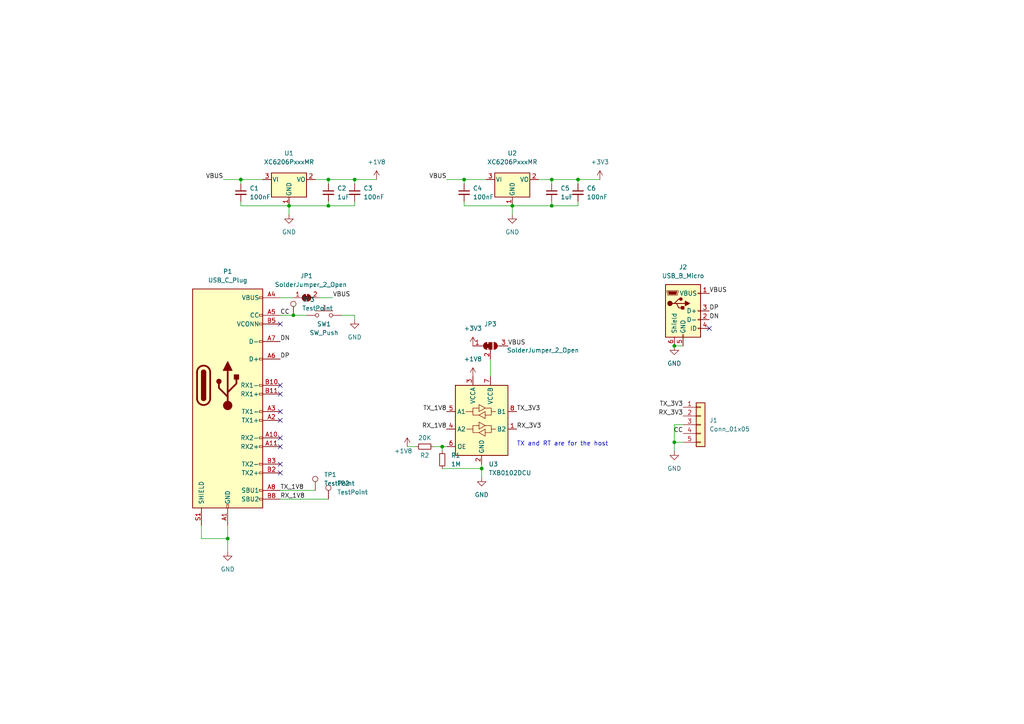
<source format=kicad_sch>
(kicad_sch (version 20211123) (generator eeschema)
  (paper "A4")
  (lib_symbols
    (symbol "Connector:TestPoint" (pin_numbers hide) (pin_names (offset 0.762) hide)
      (property "Reference" "TP" (at 0 6.858 0))
      (property "Value" "TestPoint" (at 0 5.08 0))
      (symbol "TestPoint_0_1"
        (circle (center 0 3.302) (radius 0.762))
      )
      (symbol "TestPoint_1_1"
        (pin passive line (at 0 0 90) (length 2.54) (name "1") (number "1"))
      )
    )
    (symbol "Connector:USB_B_Micro" (pin_names (offset 1.016))
      (property "Reference" "J" (at -5.08 11.43 0))
      (property "Value" "USB_B_Micro" (at -5.08 8.89 0))
      (symbol "USB_B_Micro_0_1"
        (rectangle (start -5.08 -7.62) (end 5.08 7.62) (stroke (width 0.254)) (fill (type background)))
        (circle (center -3.81 2.159) (radius 0.635) (stroke (width 0.254)) (fill (type outline)))
        (circle (center -0.635 3.429) (radius 0.381) (stroke (width 0.254)) (fill (type outline)))
        (rectangle (start -0.127 -7.62) (end 0.127 -6.858))
        (polyline (pts (xy -1.905 2.159) (xy 0.635 2.159)) (stroke (width 0.254)))
        (polyline (pts (xy -3.175 2.159) (xy -2.54 2.159) (xy -1.27 3.429) (xy -0.635 3.429)) (stroke (width 0.254)))
        (polyline (pts (xy -2.54 2.159) (xy -1.905 2.159) (xy -1.27 0.889) (xy 0 0.889)) (stroke (width 0.254)))
        (polyline (pts (xy 0.635 2.794) (xy 0.635 1.524) (xy 1.905 2.159) (xy 0.635 2.794)) (stroke (width 0.254)) (fill (type outline)))
        (polyline (pts (xy -4.318 5.588) (xy -1.778 5.588) (xy -2.032 4.826) (xy -4.064 4.826) (xy -4.318 5.588)) (fill (type outline)))
        (polyline (pts (xy -4.699 5.842) (xy -4.699 5.588) (xy -4.445 4.826) (xy -4.445 4.572) (xy -1.651 4.572) (xy -1.651 4.826) (xy -1.397 5.588) (xy -1.397 5.842) (xy -4.699 5.842)))
        (rectangle (start 0.254 1.27) (end -0.508 0.508) (stroke (width 0.254)) (fill (type outline)))
        (rectangle (start 5.08 -5.207) (end 4.318 -4.953))
        (rectangle (start 5.08 -2.667) (end 4.318 -2.413))
        (rectangle (start 5.08 -0.127) (end 4.318 0.127))
        (rectangle (start 5.08 4.953) (end 4.318 5.207))
      )
      (symbol "USB_B_Micro_1_1"
        (pin power_out line (at 7.62 5.08 180) (length 2.54) (name "VBUS") (number "1"))
        (pin bidirectional line (at 7.62 -2.54 180) (length 2.54) (name "D-") (number "2"))
        (pin bidirectional line (at 7.62 0 180) (length 2.54) (name "D+") (number "3"))
        (pin passive line (at 7.62 -5.08 180) (length 2.54) (name "ID") (number "4"))
        (pin power_out line (at 0 -10.16 90) (length 2.54) (name "GND") (number "5"))
        (pin passive line (at -2.54 -10.16 90) (length 2.54) (name "Shield") (number "6"))
      )
    )
    (symbol "Connector:USB_C_Plug" (pin_names (offset 1.016))
      (property "Reference" "P" (at -10.16 29.21 0))
      (property "Value" "USB_C_Plug" (at 10.16 29.21 0))
      (symbol "USB_C_Plug_0_0"
        (rectangle (start -0.254 -35.56) (end 0.254 -34.544))
        (rectangle (start 10.16 -32.766) (end 9.144 -33.274))
        (rectangle (start 10.16 -30.226) (end 9.144 -30.734))
        (rectangle (start 10.16 -25.146) (end 9.144 -25.654))
        (rectangle (start 10.16 -22.606) (end 9.144 -23.114))
        (rectangle (start 10.16 -17.526) (end 9.144 -18.034))
        (rectangle (start 10.16 -14.986) (end 9.144 -15.494))
        (rectangle (start 10.16 -9.906) (end 9.144 -10.414))
        (rectangle (start 10.16 -7.366) (end 9.144 -7.874))
        (rectangle (start 10.16 -2.286) (end 9.144 -2.794))
        (rectangle (start 10.16 0.254) (end 9.144 -0.254))
        (rectangle (start 10.16 7.874) (end 9.144 7.366))
        (rectangle (start 10.16 12.954) (end 9.144 12.446))
        (rectangle (start 10.16 18.034) (end 9.144 17.526))
        (rectangle (start 10.16 20.574) (end 9.144 20.066))
        (rectangle (start 10.16 25.654) (end 9.144 25.146))
      )
      (symbol "USB_C_Plug_0_1"
        (rectangle (start -10.16 27.94) (end 10.16 -35.56) (stroke (width 0.254)) (fill (type background)))
        (arc (start -8.89 -3.81) (mid -6.985 -5.715) (end -5.08 -3.81) (stroke (width 0.508)))
        (arc (start -7.62 -3.81) (mid -6.985 -4.445) (end -6.35 -3.81) (stroke (width 0.254)))
        (arc (start -7.62 -3.81) (mid -6.985 -4.445) (end -6.35 -3.81) (stroke (width 0.254)) (fill (type outline)))
        (rectangle (start -7.62 -3.81) (end -6.35 3.81) (stroke (width 0.254)) (fill (type outline)))
        (arc (start -6.35 3.81) (mid -6.985 4.445) (end -7.62 3.81) (stroke (width 0.254)))
        (arc (start -6.35 3.81) (mid -6.985 4.445) (end -7.62 3.81) (stroke (width 0.254)) (fill (type outline)))
        (arc (start -5.08 3.81) (mid -6.985 5.715) (end -8.89 3.81) (stroke (width 0.508)))
        (polyline (pts (xy -8.89 -3.81) (xy -8.89 3.81)) (stroke (width 0.508)))
        (polyline (pts (xy -5.08 3.81) (xy -5.08 -3.81)) (stroke (width 0.508)))
      )
      (symbol "USB_C_Plug_1_1"
        (circle (center -2.54 1.143) (radius 0.635) (stroke (width 0.254)) (fill (type outline)))
        (circle (center 0 -5.842) (radius 1.27) (fill (type outline)))
        (polyline (pts (xy 0 -5.842) (xy 0 4.318)) (stroke (width 0.508)))
        (polyline (pts (xy 0 -3.302) (xy -2.54 -0.762) (xy -2.54 0.508)) (stroke (width 0.508)))
        (polyline (pts (xy 0 -2.032) (xy 2.54 0.508) (xy 2.54 1.778)) (stroke (width 0.508)))
        (polyline (pts (xy -1.27 4.318) (xy 0 6.858) (xy 1.27 4.318) (xy -1.27 4.318)) (stroke (width 0.254)) (fill (type outline)))
        (rectangle (start 1.905 1.778) (end 3.175 3.048) (stroke (width 0.254)) (fill (type outline)))
        (pin passive line (at 0 -40.64 90) (length 5.08) (name "GND") (number "A1"))
        (pin bidirectional line (at 15.24 -15.24 180) (length 5.08) (name "RX2-") (number "A10"))
        (pin bidirectional line (at 15.24 -17.78 180) (length 5.08) (name "RX2+") (number "A11"))
        (pin passive line (at 0 -40.64 90) (length 5.08) hide (name "GND") (number "A12"))
        (pin bidirectional line (at 15.24 -10.16 180) (length 5.08) (name "TX1+") (number "A2"))
        (pin bidirectional line (at 15.24 -7.62 180) (length 5.08) (name "TX1-") (number "A3"))
        (pin passive line (at 15.24 25.4 180) (length 5.08) (name "VBUS") (number "A4"))
        (pin bidirectional line (at 15.24 20.32 180) (length 5.08) (name "CC") (number "A5"))
        (pin bidirectional line (at 15.24 7.62 180) (length 5.08) (name "D+") (number "A6"))
        (pin bidirectional line (at 15.24 12.7 180) (length 5.08) (name "D-") (number "A7"))
        (pin bidirectional line (at 15.24 -30.48 180) (length 5.08) (name "SBU1") (number "A8"))
        (pin passive line (at 15.24 25.4 180) (length 5.08) hide (name "VBUS") (number "A9"))
        (pin passive line (at 0 -40.64 90) (length 5.08) hide (name "GND") (number "B1"))
        (pin bidirectional line (at 15.24 0 180) (length 5.08) (name "RX1-") (number "B10"))
        (pin bidirectional line (at 15.24 -2.54 180) (length 5.08) (name "RX1+") (number "B11"))
        (pin passive line (at 0 -40.64 90) (length 5.08) hide (name "GND") (number "B12"))
        (pin bidirectional line (at 15.24 -25.4 180) (length 5.08) (name "TX2+") (number "B2"))
        (pin bidirectional line (at 15.24 -22.86 180) (length 5.08) (name "TX2-") (number "B3"))
        (pin passive line (at 15.24 25.4 180) (length 5.08) hide (name "VBUS") (number "B4"))
        (pin bidirectional line (at 15.24 17.78 180) (length 5.08) (name "VCONN") (number "B5"))
        (pin bidirectional line (at 15.24 -33.02 180) (length 5.08) (name "SBU2") (number "B8"))
        (pin passive line (at 15.24 25.4 180) (length 5.08) hide (name "VBUS") (number "B9"))
        (pin passive line (at -7.62 -40.64 90) (length 5.08) (name "SHIELD") (number "S1"))
      )
    )
    (symbol "Connector_Generic:Conn_01x05" (pin_names (offset 1.016) hide)
      (property "Reference" "J" (at 0 7.62 0))
      (property "Value" "Conn_01x05" (at 0 -7.62 0))
      (symbol "Conn_01x05_1_1"
        (rectangle (start -1.27 -4.953) (end 0 -5.207) (stroke (width 0.1524)))
        (rectangle (start -1.27 -2.413) (end 0 -2.667) (stroke (width 0.1524)))
        (rectangle (start -1.27 0.127) (end 0 -0.127) (stroke (width 0.1524)))
        (rectangle (start -1.27 2.667) (end 0 2.413) (stroke (width 0.1524)))
        (rectangle (start -1.27 5.207) (end 0 4.953) (stroke (width 0.1524)))
        (rectangle (start -1.27 6.35) (end 1.27 -6.35) (stroke (width 0.254)) (fill (type background)))
        (pin passive line (at -5.08 5.08 0) (length 3.81) (name "Pin_1") (number "1"))
        (pin passive line (at -5.08 2.54 0) (length 3.81) (name "Pin_2") (number "2"))
        (pin passive line (at -5.08 0 0) (length 3.81) (name "Pin_3") (number "3"))
        (pin passive line (at -5.08 -2.54 0) (length 3.81) (name "Pin_4") (number "4"))
        (pin passive line (at -5.08 -5.08 0) (length 3.81) (name "Pin_5") (number "5"))
      )
    )
    (symbol "Device:C_Small" (pin_numbers hide) (pin_names (offset 0.254) hide)
      (property "Reference" "C" (at 0.254 1.778 0))
      (property "Value" "C_Small" (at 0.254 -2.032 0))
      (symbol "C_Small_0_1"
        (polyline (pts (xy -1.524 -0.508) (xy 1.524 -0.508)) (stroke (width 0.3302)))
        (polyline (pts (xy -1.524 0.508) (xy 1.524 0.508)) (stroke (width 0.3048)))
      )
      (symbol "C_Small_1_1"
        (pin passive line (at 0 2.54 270) (length 2.032) (name "~") (number "1"))
        (pin passive line (at 0 -2.54 90) (length 2.032) (name "~") (number "2"))
      )
    )
    (symbol "Device:R_Small" (pin_numbers hide) (pin_names (offset 0.254) hide)
      (property "Reference" "R" (at 0.762 0.508 0))
      (property "Value" "R_Small" (at 0.762 -1.016 0))
      (symbol "R_Small_0_1"
        (rectangle (start -0.762 1.778) (end 0.762 -1.778) (stroke (width 0.2032)))
      )
      (symbol "R_Small_1_1"
        (pin passive line (at 0 2.54 270) (length 0.762) (name "~") (number "1"))
        (pin passive line (at 0 -2.54 90) (length 0.762) (name "~") (number "2"))
      )
    )
    (symbol "Jumper:SolderJumper_2_Bridged" (pin_names (offset 0) hide)
      (property "Reference" "JP" (at 0 2.032 0))
      (property "Value" "SolderJumper_2_Bridged" (at 0 -2.54 0))
      (symbol "SolderJumper_2_Bridged_0_1"
        (rectangle (start -0.508 0.508) (end 0.508 -0.508) (fill (type outline)))
        (arc (start -0.254 1.016) (mid -1.27 0) (end -0.254 -1.016))
        (arc (start -0.254 1.016) (mid -1.27 0) (end -0.254 -1.016) (fill (type outline)))
        (polyline (pts (xy -0.254 1.016) (xy -0.254 -1.016)))
        (polyline (pts (xy 0.254 1.016) (xy 0.254 -1.016)))
        (arc (start 0.254 -1.016) (mid 1.27 0) (end 0.254 1.016))
        (arc (start 0.254 -1.016) (mid 1.27 0) (end 0.254 1.016) (fill (type outline)))
      )
      (symbol "SolderJumper_2_Bridged_1_1"
        (pin passive line (at -3.81 0 0) (length 2.54) (name "A") (number "1"))
        (pin passive line (at 3.81 0 180) (length 2.54) (name "B") (number "2"))
      )
    )
    (symbol "Jumper:SolderJumper_3_Bridged12" (pin_names (offset 0) hide)
      (property "Reference" "JP" (at -2.54 -2.54 0))
      (property "Value" "SolderJumper_3_Bridged12" (at 0 2.794 0))
      (symbol "SolderJumper_3_Bridged12_0_1"
        (rectangle (start -1.016 0.508) (end -0.508 -0.508) (fill (type outline)))
        (arc (start -1.016 1.016) (mid -2.032 0) (end -1.016 -1.016))
        (arc (start -1.016 1.016) (mid -2.032 0) (end -1.016 -1.016) (fill (type outline)))
        (rectangle (start -0.508 1.016) (end 0.508 -1.016) (fill (type outline)))
        (polyline (pts (xy -2.54 0) (xy -2.032 0)))
        (polyline (pts (xy -1.016 1.016) (xy -1.016 -1.016)))
        (polyline (pts (xy 0 -1.27) (xy 0 -1.016)))
        (polyline (pts (xy 1.016 1.016) (xy 1.016 -1.016)))
        (polyline (pts (xy 2.54 0) (xy 2.032 0)))
        (arc (start 1.016 -1.016) (mid 2.032 0) (end 1.016 1.016))
        (arc (start 1.016 -1.016) (mid 2.032 0) (end 1.016 1.016) (fill (type outline)))
      )
      (symbol "SolderJumper_3_Bridged12_1_1"
        (pin passive line (at -5.08 0 0) (length 2.54) (name "A") (number "1"))
        (pin input line (at 0 -3.81 90) (length 2.54) (name "C") (number "2"))
        (pin passive line (at 5.08 0 180) (length 2.54) (name "B") (number "3"))
      )
    )
    (symbol "Logic_LevelTranslator:TXB0102DCU"
      (property "Reference" "U" (at -6.35 11.43 0))
      (property "Value" "TXB0102DCU" (at 3.81 11.43 0))
      (symbol "TXB0102DCU_0_1"
        (rectangle (start -7.62 10.16) (end 7.62 -10.16) (stroke (width 0.254)) (fill (type background)))
        (polyline (pts (xy -2.54 -2.54) (xy -2.54 -1.524) (xy -0.762 -1.524)))
        (polyline (pts (xy -2.54 2.54) (xy -2.54 3.556) (xy -0.762 3.556)))
        (polyline (pts (xy 2.794 -2.54) (xy 2.794 -3.556) (xy 1.016 -3.556)))
        (polyline (pts (xy 2.794 2.54) (xy 2.794 1.524) (xy 1.016 1.524)))
        (polyline (pts (xy -0.762 -3.556) (xy -2.54 -3.556) (xy -2.54 -2.54) (xy -4.318 -2.54)))
        (polyline (pts (xy -0.762 -2.54) (xy -0.762 -0.508) (xy 1.016 -1.524) (xy -0.762 -2.54)))
        (polyline (pts (xy -0.762 1.524) (xy -2.54 1.524) (xy -2.54 2.54) (xy -4.572 2.54)))
        (polyline (pts (xy -0.762 2.54) (xy -0.762 4.572) (xy 1.016 3.556) (xy -0.762 2.54)))
        (polyline (pts (xy 1.016 -2.54) (xy 1.016 -4.572) (xy -0.762 -3.556) (xy 1.016 -2.54)))
        (polyline (pts (xy 1.016 -1.524) (xy 2.794 -1.524) (xy 2.794 -2.54) (xy 4.064 -2.54)))
        (polyline (pts (xy 1.016 3.556) (xy 2.794 3.556) (xy 2.794 2.54) (xy 4.064 2.54)))
        (polyline (pts (xy 1.016 2.54) (xy 1.016 0.762) (xy 1.016 0.508) (xy -0.762 1.524) (xy 1.016 2.54)))
      )
      (symbol "TXB0102DCU_1_1"
        (pin bidirectional line (at 10.16 -2.54 180) (length 2.54) (name "B2") (number "1"))
        (pin power_in line (at 0 -12.7 90) (length 2.54) (name "GND") (number "2"))
        (pin power_in line (at -2.54 12.7 270) (length 2.54) (name "VCCA") (number "3"))
        (pin bidirectional line (at -10.16 -2.54 0) (length 2.54) (name "A2") (number "4"))
        (pin bidirectional line (at -10.16 2.54 0) (length 2.54) (name "A1") (number "5"))
        (pin input line (at -10.16 -7.62 0) (length 2.54) (name "OE") (number "6"))
        (pin power_in line (at 2.54 12.7 270) (length 2.54) (name "VCCB") (number "7"))
        (pin bidirectional line (at 10.16 2.54 180) (length 2.54) (name "B1") (number "8"))
      )
    )
    (symbol "Regulator_Linear:XC6206PxxxMR" (pin_names (offset 0.254))
      (property "Reference" "U" (at -3.81 3.175 0))
      (property "Value" "XC6206PxxxMR" (at 0 3.175 0))
      (symbol "XC6206PxxxMR_0_1"
        (rectangle (start -5.08 1.905) (end 5.08 -5.08) (stroke (width 0.254)) (fill (type background)))
      )
      (symbol "XC6206PxxxMR_1_1"
        (pin power_in line (at 0 -7.62 90) (length 2.54) (name "GND") (number "1"))
        (pin power_out line (at 7.62 0 180) (length 2.54) (name "VO") (number "2"))
        (pin power_in line (at -7.62 0 0) (length 2.54) (name "VI") (number "3"))
      )
    )
    (symbol "Switch:SW_Push" (pin_numbers hide) (pin_names (offset 1.016) hide)
      (property "Reference" "SW" (at 1.27 2.54 0))
      (property "Value" "SW_Push" (at 0 -1.524 0))
      (symbol "SW_Push_0_1"
        (circle (center -2.032 0) (radius 0.508))
        (polyline (pts (xy 0 1.27) (xy 0 3.048)))
        (polyline (pts (xy 2.54 1.27) (xy -2.54 1.27)))
        (circle (center 2.032 0) (radius 0.508))
        (pin passive line (at -5.08 0 0) (length 2.54) (name "1") (number "1"))
        (pin passive line (at 5.08 0 180) (length 2.54) (name "2") (number "2"))
      )
    )
    (symbol "power:+1V8" (power) (pin_names (offset 0))
      (property "Value" "+1V8" (at 0 3.556 0))
      (symbol "+1V8_0_1"
        (polyline (pts (xy -0.762 1.27) (xy 0 2.54)))
        (polyline (pts (xy 0 0) (xy 0 2.54)))
        (polyline (pts (xy 0 2.54) (xy 0.762 1.27)))
      )
      (symbol "+1V8_1_1"
        (pin power_in line (at 0 0 90) (length 0) hide (name "+1V8") (number "1"))
      )
    )
    (symbol "power:+3V3" (power) (pin_names (offset 0))
      (property "Value" "+3V3" (at 0 3.556 0))
      (symbol "+3V3_0_1"
        (polyline (pts (xy -0.762 1.27) (xy 0 2.54)))
        (polyline (pts (xy 0 0) (xy 0 2.54)))
        (polyline (pts (xy 0 2.54) (xy 0.762 1.27)))
      )
      (symbol "+3V3_1_1"
        (pin power_in line (at 0 0 90) (length 0) hide (name "+3V3") (number "1"))
      )
    )
    (symbol "power:GND" (power) (pin_names (offset 0))
      (property "Value" "GND" (at 0 -3.81 0))
      (symbol "GND_0_1"
        (polyline (pts (xy 0 0) (xy 0 -1.27) (xy 1.27 -1.27) (xy 0 -2.54) (xy -1.27 -1.27) (xy 0 -1.27)))
      )
      (symbol "GND_1_1"
        (pin power_in line (at 0 0 270) (length 0) hide (name "GND") (number "1"))
      )
    )
  )
  (junction (at 102.87 52.07))
  (junction (at 128.27 129.54))
  (junction (at 195.58 100.33))
  (junction (at 66.04 156.21))
  (junction (at 69.85 52.07))
  (junction (at 160.02 52.07))
  (junction (at 85.09 91.44))
  (junction (at 195.58 128.27))
  (junction (at 134.62 52.07))
  (junction (at 95.25 52.07))
  (junction (at 148.59 59.69))
  (junction (at 167.64 52.07))
  (junction (at 139.7 135.89))
  (junction (at 83.82 59.69))
  (junction (at 160.02 59.69))
  (junction (at 95.25 59.69))
  (no_connect (at 81.28 93.98))
  (no_connect (at 81.28 127))
  (no_connect (at 81.28 114.3))
  (no_connect (at 81.28 111.76))
  (no_connect (at 81.28 119.38))
  (no_connect (at 81.28 121.92))
  (no_connect (at 81.28 134.62))
  (no_connect (at 81.28 137.16))
  (no_connect (at 81.28 129.54))
  (no_connect (at 205.74 95.25))
  (wire (pts (xy 128.27 129.54) (xy 129.54 129.54)))
  (wire (pts (xy 92.71 86.36) (xy 96.52 86.36)))
  (wire (pts (xy 148.59 59.69) (xy 148.59 62.23)))
  (wire (pts (xy 148.59 59.69) (xy 160.02 59.69)))
  (wire (pts (xy 99.06 91.44) (xy 102.87 91.44)))
  (wire (pts (xy 83.82 59.69) (xy 95.25 59.69)))
  (wire (pts (xy 64.77 52.07) (xy 69.85 52.07)))
  (wire (pts (xy 160.02 59.69) (xy 160.02 58.42)))
  (wire (pts (xy 167.64 52.07) (xy 167.64 53.34)))
  (wire (pts (xy 66.04 156.21) (xy 66.04 160.02)))
  (wire (pts (xy 81.28 142.24) (xy 91.44 142.24)))
  (wire (pts (xy 160.02 59.69) (xy 167.64 59.69)))
  (wire (pts (xy 140.97 52.07) (xy 134.62 52.07)))
  (wire (pts (xy 134.62 58.42) (xy 134.62 59.69)))
  (wire (pts (xy 95.25 59.69) (xy 102.87 59.69)))
  (wire (pts (xy 128.27 129.54) (xy 128.27 130.81)))
  (wire (pts (xy 95.25 52.07) (xy 95.25 53.34)))
  (wire (pts (xy 102.87 91.44) (xy 102.87 92.71)))
  (wire (pts (xy 129.54 52.07) (xy 134.62 52.07)))
  (wire (pts (xy 167.64 52.07) (xy 173.99 52.07)))
  (wire (pts (xy 58.42 152.4) (xy 58.42 156.21)))
  (wire (pts (xy 139.7 134.62) (xy 139.7 135.89)))
  (wire (pts (xy 66.04 156.21) (xy 66.04 152.4)))
  (wire (pts (xy 195.58 128.27) (xy 198.12 128.27)))
  (wire (pts (xy 195.58 128.27) (xy 195.58 130.81)))
  (wire (pts (xy 160.02 52.07) (xy 160.02 53.34)))
  (wire (pts (xy 142.24 104.14) (xy 142.24 109.22)))
  (wire (pts (xy 58.42 156.21) (xy 66.04 156.21)))
  (wire (pts (xy 81.28 86.36) (xy 85.09 86.36)))
  (wire (pts (xy 134.62 59.69) (xy 148.59 59.69)))
  (wire (pts (xy 139.7 135.89) (xy 139.7 138.43)))
  (wire (pts (xy 167.64 59.69) (xy 167.64 58.42)))
  (wire (pts (xy 198.12 123.19) (xy 195.58 123.19)))
  (wire (pts (xy 95.25 59.69) (xy 95.25 58.42)))
  (wire (pts (xy 69.85 59.69) (xy 83.82 59.69)))
  (wire (pts (xy 125.73 129.54) (xy 128.27 129.54)))
  (wire (pts (xy 81.28 144.78) (xy 95.25 144.78)))
  (wire (pts (xy 76.2 52.07) (xy 69.85 52.07)))
  (wire (pts (xy 160.02 52.07) (xy 167.64 52.07)))
  (wire (pts (xy 134.62 52.07) (xy 134.62 53.34)))
  (wire (pts (xy 69.85 58.42) (xy 69.85 59.69)))
  (wire (pts (xy 69.85 52.07) (xy 69.85 53.34)))
  (wire (pts (xy 102.87 52.07) (xy 109.22 52.07)))
  (wire (pts (xy 128.27 135.89) (xy 139.7 135.89)))
  (wire (pts (xy 195.58 100.33) (xy 198.12 100.33)))
  (wire (pts (xy 118.11 129.54) (xy 120.65 129.54)))
  (wire (pts (xy 95.25 52.07) (xy 102.87 52.07)))
  (wire (pts (xy 156.21 52.07) (xy 160.02 52.07)))
  (wire (pts (xy 195.58 123.19) (xy 195.58 128.27)))
  (wire (pts (xy 81.28 91.44) (xy 85.09 91.44)))
  (wire (pts (xy 102.87 59.69) (xy 102.87 58.42)))
  (wire (pts (xy 85.09 91.44) (xy 88.9 91.44)))
  (wire (pts (xy 83.82 59.69) (xy 83.82 62.23)))
  (wire (pts (xy 91.44 52.07) (xy 95.25 52.07)))
  (wire (pts (xy 102.87 52.07) (xy 102.87 53.34)))
  (text "TX and RT are for the host" (at 149.86 129.54 0) (effects (font (size 1.27 1.27)) (justify left bottom)))
  (label "TX_3V3" (at 198.12 118.11 180))
  (label "VBUS" (at 147.32 100.33 0))
  (label "RX_1V8" (at 81.28 144.78 0))
  (label "DP" (at 81.28 104.14 0))
  (label "RX_3V3" (at 198.12 120.65 180))
  (label "TX_3V3" (at 149.86 119.38 0))
  (label "DN" (at 81.28 99.06 0))
  (label "VBUS" (at 64.77 52.07 180))
  (label "VBUS" (at 129.54 52.07 180))
  (label "RX_3V3" (at 149.86 124.46 0))
  (label "TX_1V8" (at 129.54 119.38 180))
  (label "TX_1V8" (at 81.28 142.24 0))
  (label "CC" (at 81.28 91.44 0))
  (label "DP" (at 205.74 90.17 0))
  (label "RX_1V8" (at 129.54 124.46 180))
  (label "DN" (at 205.74 92.71 0))
  (label "VBUS" (at 205.74 85.09 0))
  (label "CC" (at 198.12 125.73 180))
  (label "VBUS" (at 96.52 86.36 0))
  (symbol (lib_id "power:+1V8") (at 137.16 109.22 0) (unit 1)
    (property "Reference" "#PWR03" (effects hide))
    (property "Value" "+1V8" (at 137.16 104.14 0))
  )
  (symbol (lib_id "Connector:TestPoint") (at 85.09 91.44 0) (unit 1)
    (property "Reference" "TP3" (at 87.63 86.8679 0) (effects (justify left)))
    (property "Value" "TestPoint" (at 87.63 89.4079 0) (effects (justify left)))
    (property "Footprint" "TestPoint:TestPoint_Pad_D1.5mm" (effects hide))
  )
  (symbol (lib_id "Connector:USB_B_Micro") (at 198.12 90.17 0) (unit 1)
    (property "Reference" "J2" (at 198.12 77.47 0))
    (property "Value" "USB_B_Micro" (at 198.12 80.01 0))
    (property "Footprint" "Library:USB_Micro-B_YourCee_7.2_16Pin" (effects hide))
  )
  (symbol (lib_id "Connector:TestPoint") (at 91.44 142.24 0) (unit 1)
    (property "Reference" "TP1" (at 93.98 137.6679 0) (effects (justify left)))
    (property "Value" "TestPoint" (at 93.98 140.2079 0) (effects (justify left)))
    (property "Footprint" "TestPoint:TestPoint_Pad_D1.5mm" (effects hide))
  )
  (symbol (lib_id "power:+3V3") (at 173.99 52.07 0) (unit 1)
    (property "Reference" "#PWR07" (effects hide))
    (property "Value" "+3V3" (at 173.99 46.99 0))
  )
  (symbol (lib_id "Device:C_Small") (at 69.85 55.88 0) (unit 1)
    (property "Reference" "C1" (at 72.39 54.6162 0) (effects (justify left)))
    (property "Value" "100nF" (at 72.39 57.1562 0) (effects (justify left)))
    (property "Footprint" "Capacitor_SMD:C_0603_1608Metric_Pad1.08x0.95mm_HandSolder" (effects hide))
  )
  (symbol (lib_id "Switch:SW_Push") (at 93.98 91.44 0) (unit 1)
    (property "Reference" "SW1" (at 93.98 93.98 0))
    (property "Value" "SW_Push" (at 93.98 96.52 0))
    (property "Footprint" "Button_Switch_SMD:SW_SPST_CK_RS282G05A3" (effects hide))
  )
  (symbol (lib_id "power:GND") (at 66.04 160.02 0) (unit 1)
    (property "Reference" "#PWR0101" (effects hide))
    (property "Value" "GND" (at 66.04 165.1 0))
  )
  (symbol (lib_id "power:GND") (at 139.7 138.43 0) (unit 1)
    (property "Reference" "#PWR05" (effects hide))
    (property "Value" "GND" (at 139.7 143.51 0))
  )
  (symbol (lib_id "power:GND") (at 83.82 62.23 0) (unit 1)
    (property "Reference" "#PWR01" (effects hide))
    (property "Value" "GND" (at 83.82 67.31 0))
  )
  (symbol (lib_id "Regulator_Linear:XC6206PxxxMR") (at 148.59 52.07 0) (unit 1)
    (property "Reference" "U2" (at 148.59 44.45 0))
    (property "Value" "XC6206PxxxMR" (at 148.59 46.99 0))
    (property "Footprint" "Package_TO_SOT_SMD:SOT-23" (effects hide))
    (property "Datasheet" "https://www.torexsemi.com/file/xc6206/XC6206.pdf" (effects hide))
  )
  (symbol (lib_id "power:GND") (at 195.58 130.81 0) (unit 1)
    (property "Reference" "#PWR0103" (effects hide))
    (property "Value" "GND" (at 195.58 135.89 0))
  )
  (symbol (lib_id "Device:C_Small") (at 134.62 55.88 0) (unit 1)
    (property "Reference" "C4" (at 137.16 54.6162 0) (effects (justify left)))
    (property "Value" "100nF" (at 137.16 57.1562 0) (effects (justify left)))
    (property "Footprint" "Capacitor_SMD:C_0603_1608Metric_Pad1.08x0.95mm_HandSolder" (effects hide))
  )
  (symbol (lib_id "power:GND") (at 195.58 100.33 0) (unit 1)
    (property "Reference" "#PWR0102" (effects hide))
    (property "Value" "GND" (at 195.58 105.41 0))
  )
  (symbol (lib_id "power:+1V8") (at 109.22 52.07 0) (unit 1)
    (property "Reference" "#PWR02" (effects hide))
    (property "Value" "+1V8" (at 109.22 46.99 0))
  )
  (symbol (lib_id "Regulator_Linear:XC6206PxxxMR") (at 83.82 52.07 0) (unit 1)
    (property "Reference" "U1" (at 83.82 44.45 0))
    (property "Value" "XC6206PxxxMR" (at 83.82 46.99 0))
    (property "Footprint" "Package_TO_SOT_SMD:SOT-23" (effects hide))
    (property "Datasheet" "https://www.torexsemi.com/file/xc6206/XC6206.pdf" (effects hide))
  )
  (symbol (lib_id "power:+3V3") (at 137.16 100.33 0) (unit 1)
    (property "Reference" "#PWR0104" (effects hide))
    (property "Value" "+3V3" (at 137.16 95.25 0))
  )
  (symbol (lib_id "Device:C_Small") (at 167.64 55.88 0) (unit 1)
    (property "Reference" "C6" (at 170.18 54.6162 0) (effects (justify left)))
    (property "Value" "100nF" (at 170.18 57.1562 0) (effects (justify left)))
    (property "Footprint" "Capacitor_SMD:C_0603_1608Metric_Pad1.08x0.95mm_HandSolder" (effects hide))
  )
  (symbol (lib_id "Connector_Generic:Conn_01x05") (at 203.2 123.19 0) (unit 1)
    (property "Reference" "J1" (at 205.74 121.9199 0) (effects (justify left)))
    (property "Value" "Conn_01x05" (at 205.74 124.4599 0) (effects (justify left)))
    (property "Footprint" "Library:Harwin_M20-89005xx_1x05_P2.54mm_Horizontal" (effects hide))
  )
  (symbol (lib_id "Jumper:SolderJumper_3_Bridged12") (at 142.24 100.33 0) (unit 1)
    (property "Reference" "JP3" (at 142.24 93.98 0))
    (property "Value" "SolderJumper_2_Open" (at 157.48 101.6 0))
    (property "Footprint" "Jumper:SolderJumper-3_P1.3mm_Bridged12_RoundedPad1.0x1.5mm" (effects hide))
  )
  (symbol (lib_id "Device:R_Small") (at 123.19 129.54 90) (unit 1)
    (property "Reference" "R2" (at 123.19 132.08 90))
    (property "Value" "20K" (at 123.19 127 90))
    (property "Footprint" "Resistor_SMD:R_0603_1608Metric_Pad0.98x0.95mm_HandSolder" (effects hide))
  )
  (symbol (lib_id "Device:C_Small") (at 102.87 55.88 0) (unit 1)
    (property "Reference" "C3" (at 105.41 54.6162 0) (effects (justify left)))
    (property "Value" "100nF" (at 105.41 57.1562 0) (effects (justify left)))
    (property "Footprint" "Capacitor_SMD:C_0603_1608Metric_Pad1.08x0.95mm_HandSolder" (effects hide))
  )
  (symbol (lib_id "power:GND") (at 148.59 62.23 0) (unit 1)
    (property "Reference" "#PWR04" (effects hide))
    (property "Value" "GND" (at 148.59 67.31 0))
  )
  (symbol (lib_id "Device:R_Small") (at 128.27 133.35 0) (unit 1)
    (property "Reference" "R1" (at 130.81 132.0799 0) (effects (justify left)))
    (property "Value" "1M" (at 130.81 134.6199 0) (effects (justify left)))
    (property "Footprint" "Resistor_SMD:R_0603_1608Metric_Pad0.98x0.95mm_HandSolder" (effects hide))
  )
  (symbol (lib_id "Device:C_Small") (at 160.02 55.88 0) (unit 1)
    (property "Reference" "C5" (at 162.56 54.6162 0) (effects (justify left)))
    (property "Value" "1uF" (at 162.56 57.1562 0) (effects (justify left)))
    (property "Footprint" "Capacitor_SMD:C_1206_3216Metric_Pad1.33x1.80mm_HandSolder" (effects hide))
  )
  (symbol (lib_id "Logic_LevelTranslator:TXB0102DCU") (at 139.7 121.92 0) (unit 1)
    (property "Reference" "U3" (at 141.7194 134.62 0) (effects (justify left)))
    (property "Value" "TXB0102DCU" (at 141.7194 137.16 0) (effects (justify left)))
    (property "Footprint" "Package_SO:VSSOP-8_2.4x2.1mm_P0.5mm" (effects hide))
    (property "Datasheet" "http://www.ti.com/lit/ds/symlink/txb0102.pdf" (effects hide))
  )
  (symbol (lib_id "Jumper:SolderJumper_2_Bridged") (at 88.9 86.36 0) (unit 1)
    (property "Reference" "JP1" (at 88.9 80.01 0))
    (property "Value" "SolderJumper_2_Open" (at 90.17 82.55 0))
    (property "Footprint" "Jumper:SolderJumper-2_P1.3mm_Bridged_RoundedPad1.0x1.5mm" (effects hide))
  )
  (symbol (lib_id "Connector:USB_C_Plug") (at 66.04 111.76 0) (unit 1)
    (property "Reference" "P1" (at 66.04 78.74 0))
    (property "Value" "USB_C_Plug" (at 66.04 81.28 0))
    (property "Footprint" "Library:TYPE-C-31-G-08" (effects hide))
    (property "Datasheet" "https://www.usb.org/sites/default/files/documents/usb_type-c.zip" (effects hide))
  )
  (symbol (lib_id "Device:C_Small") (at 95.25 55.88 0) (unit 1)
    (property "Reference" "C2" (at 97.79 54.6162 0) (effects (justify left)))
    (property "Value" "1uF" (at 97.79 57.1562 0) (effects (justify left)))
    (property "Footprint" "Capacitor_SMD:C_1206_3216Metric_Pad1.33x1.80mm_HandSolder" (effects hide))
  )
  (symbol (lib_id "power:GND") (at 102.87 92.71 0) (unit 1)
    (property "Reference" "#PWR0105" (effects hide))
    (property "Value" "GND" (at 102.87 97.79 0))
  )
  (symbol (lib_id "power:+1V8") (at 118.11 129.54 0) (unit 1)
    (property "Reference" "#PWR0107" (effects hide))
    (property "Value" "+1V8" (at 114.3 130.81 0) (effects (justify left)))
  )
  (symbol (lib_id "Connector:TestPoint") (at 95.25 144.78 0) (unit 1)
    (property "Reference" "TP2" (at 97.79 140.2079 0) (effects (justify left)))
    (property "Value" "TestPoint" (at 97.79 142.7479 0) (effects (justify left)))
    (property "Footprint" "TestPoint:TestPoint_Pad_D1.5mm" (effects hide))
  )
)
</source>
